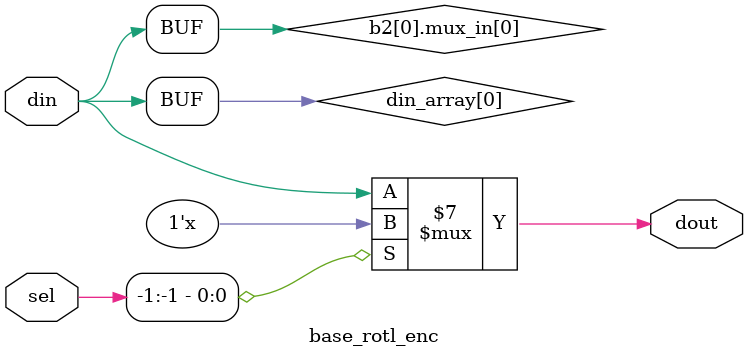
<source format=sv>
/*
 * Copyright 2017 IBM Corporation
 * Licensed to the Apache Software Foundation (ASF) under one
 * or more contributor license agreements.  See the NOTICE file
 * distributed with this work for additional information
 * regarding copyright ownership.  The ASF licenses this file
 * to you under the Apache License, Version 2.0 (the
 * "License"); you may not use this file except in compliance
 * with the License.  You may obtain a copy of the License at
 *
 *     http://www.apache.org/licenses/LICENSE-2.0
 *
 * Unless required by applicable law or agreed to in writing, software
 * distributed under the License is distributed on an "AS IS" BASIS,
 * WITHOUT WARRANTIES OR CONDITIONS OF ANY KIND, either express or implied.
 * See the License for the specific language governing permissions and
 * limitations under the License.
 *
 * Author: Andrew K Martin akmartin@us.ibm.com
 */
 
module base_rotl_enc#
  (parameter width=1,
   parameter ways=1,
   parameter oways=ways,
   parameter sel_width=$clog2(ways)
   )
   (input [0:ways*width-1] din,
    output [0:oways*width-1] dout,
    input [0:sel_width-1]    sel
    );

   genvar 		     i;
   genvar 		     j;
   wire [0:width-1] 	     din_array[0:ways-1];
   generate
      for(i=0; i<ways; i=i+1)
	begin : b1
	   assign din_array[i] = din[i*width:(i+1)*width-1];
	end

      for(i=0; i<oways; i=i+1)  // for each output lane
	begin : b2
	   wire [0:width-1] mux_in[0:ways-1];
	   
	   for(j=0; j<ways-i; j=j+1)
	     begin : b3
		assign mux_in[j] = din_array[j+i];
	     end
	   
	   for(j=ways-i; j<ways; j=j+1)
	     begin : b4
		assign mux_in[j] = din_array[j+i-ways];
	     end
	   assign dout[i*width:(i+1)*width-1] = mux_in[sel];
	end
   endgenerate
endmodule // base_rotr_enc

</source>
